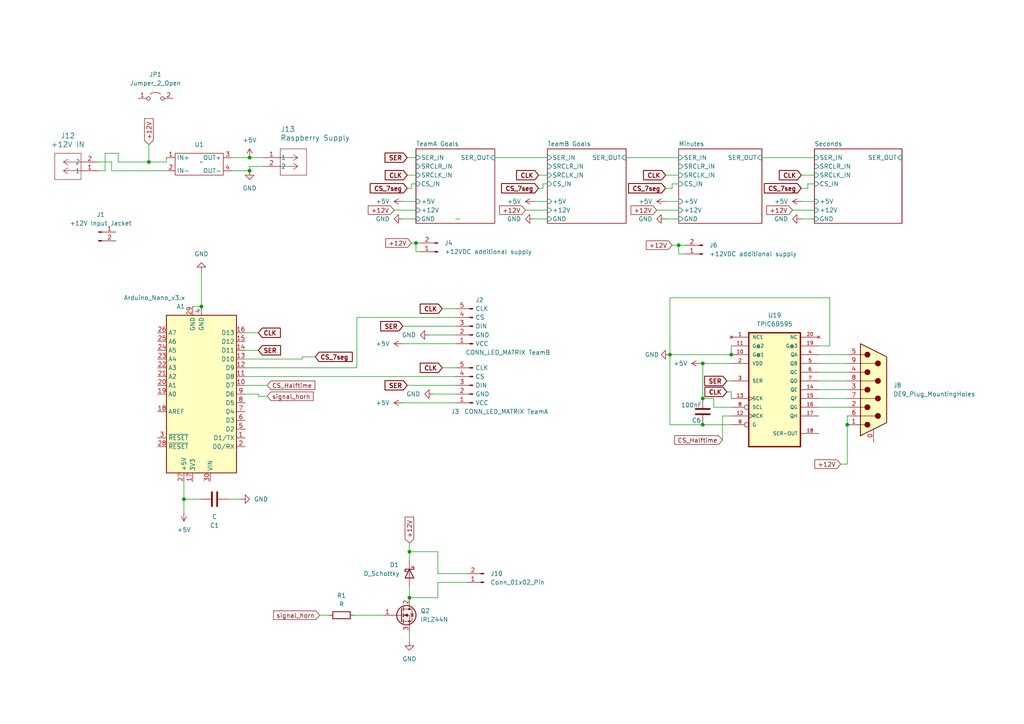
<source format=kicad_sch>
(kicad_sch (version 20230121) (generator eeschema)
  (paper "A4")
  (lib_symbols
    (symbol "Connector:Conn_01x02_Pin" (pin_names (offset 1.016) hide)
      (property "Reference" "J" (at 0 2.54 0))
      (property "Value" "Conn_01x02_Pin" (at 0 -5.08 0))
      (symbol "Conn_01x02_Pin_1_1"
        (polyline (pts (xy 1.27 -2.54) (xy 0.8636 -2.54)) (stroke (width 0.1524)))
        (polyline (pts (xy 1.27 0) (xy 0.8636 0)) (stroke (width 0.1524)))
        (rectangle (start 0.8636 -2.413) (end 0 -2.667) (stroke (width 0.1524)) (fill (type outline)))
        (rectangle (start 0.8636 0.127) (end 0 -0.127) (stroke (width 0.1524)) (fill (type outline)))
        (pin passive line (at 5.08 0 180) (length 3.81) (name "Pin_1") (number "1"))
        (pin passive line (at 5.08 -2.54 180) (length 3.81) (name "Pin_2") (number "2"))
      )
    )
    (symbol "Connector:DE9_Plug_MountingHoles" (pin_names (offset 1.016) hide)
      (property "Reference" "J" (at 0 16.51 0))
      (property "Value" "DE9_Plug_MountingHoles" (at 0 14.605 0))
      (symbol "DE9_Plug_MountingHoles_0_1"
        (circle (center -1.778 -10.16) (radius 0.762) (fill (type outline)))
        (circle (center -1.778 -5.08) (radius 0.762) (fill (type outline)))
        (circle (center -1.778 0) (radius 0.762) (fill (type outline)))
        (circle (center -1.778 5.08) (radius 0.762) (fill (type outline)))
        (circle (center -1.778 10.16) (radius 0.762) (fill (type outline)))
        (polyline (pts (xy -3.81 -10.16) (xy -2.54 -10.16)))
        (polyline (pts (xy -3.81 -7.62) (xy 0.508 -7.62)))
        (polyline (pts (xy -3.81 -5.08) (xy -2.54 -5.08)))
        (polyline (pts (xy -3.81 -2.54) (xy 0.508 -2.54)))
        (polyline (pts (xy -3.81 0) (xy -2.54 0)))
        (polyline (pts (xy -3.81 2.54) (xy 0.508 2.54)))
        (polyline (pts (xy -3.81 5.08) (xy -2.54 5.08)))
        (polyline (pts (xy -3.81 7.62) (xy 0.508 7.62)))
        (polyline (pts (xy -3.81 10.16) (xy -2.54 10.16)))
        (polyline (pts (xy -3.81 -13.335) (xy -3.81 13.335) (xy 3.81 9.525) (xy 3.81 -9.525) (xy -3.81 -13.335)) (stroke (width 0.254)) (fill (type background)))
        (circle (center 1.27 -7.62) (radius 0.762) (fill (type outline)))
        (circle (center 1.27 -2.54) (radius 0.762) (fill (type outline)))
        (circle (center 1.27 2.54) (radius 0.762) (fill (type outline)))
        (circle (center 1.27 7.62) (radius 0.762) (fill (type outline)))
      )
      (symbol "DE9_Plug_MountingHoles_1_1"
        (pin passive line (at 0 -15.24 90) (length 3.81) (name "PAD") (number "0"))
        (pin passive line (at -7.62 -10.16 0) (length 3.81) (name "1") (number "1"))
        (pin passive line (at -7.62 -5.08 0) (length 3.81) (name "2") (number "2"))
        (pin passive line (at -7.62 0 0) (length 3.81) (name "3") (number "3"))
        (pin passive line (at -7.62 5.08 0) (length 3.81) (name "4") (number "4"))
        (pin passive line (at -7.62 10.16 0) (length 3.81) (name "5") (number "5"))
        (pin passive line (at -7.62 -7.62 0) (length 3.81) (name "6") (number "6"))
        (pin passive line (at -7.62 -2.54 0) (length 3.81) (name "7") (number "7"))
        (pin passive line (at -7.62 2.54 0) (length 3.81) (name "8") (number "8"))
        (pin passive line (at -7.62 7.62 0) (length 3.81) (name "9") (number "9"))
      )
    )
    (symbol "Device:C" (pin_numbers hide) (pin_names (offset 0.254))
      (property "Reference" "C" (at 0.635 2.54 0))
      (property "Value" "C" (at 0.635 -2.54 0))
      (symbol "C_0_1"
        (polyline (pts (xy -2.032 -0.762) (xy 2.032 -0.762)) (stroke (width 0.508)))
        (polyline (pts (xy -2.032 0.762) (xy 2.032 0.762)) (stroke (width 0.508)))
      )
      (symbol "C_1_1"
        (pin passive line (at 0 3.81 270) (length 2.794) (name "~") (number "1"))
        (pin passive line (at 0 -3.81 90) (length 2.794) (name "~") (number "2"))
      )
    )
    (symbol "Device:D_Schottky" (pin_numbers hide) (pin_names (offset 1.016) hide)
      (property "Reference" "D" (at 0 2.54 0))
      (property "Value" "D_Schottky" (at 0 -2.54 0))
      (symbol "D_Schottky_0_1"
        (polyline (pts (xy 1.27 0) (xy -1.27 0)))
        (polyline (pts (xy 1.27 1.27) (xy 1.27 -1.27) (xy -1.27 0) (xy 1.27 1.27)) (stroke (width 0.254)))
        (polyline (pts (xy -1.905 0.635) (xy -1.905 1.27) (xy -1.27 1.27) (xy -1.27 -1.27) (xy -0.635 -1.27) (xy -0.635 -0.635)) (stroke (width 0.254)))
      )
      (symbol "D_Schottky_1_1"
        (pin passive line (at -3.81 0 0) (length 2.54) (name "K") (number "1"))
        (pin passive line (at 3.81 0 180) (length 2.54) (name "A") (number "2"))
      )
    )
    (symbol "Device:R" (pin_numbers hide) (pin_names (offset 0))
      (property "Reference" "R" (at 2.032 0 90))
      (property "Value" "R" (at 0 0 90))
      (symbol "R_0_1"
        (rectangle (start -1.016 -2.54) (end 1.016 2.54) (stroke (width 0.254)))
      )
      (symbol "R_1_1"
        (pin passive line (at 0 3.81 270) (length 1.27) (name "~") (number "1"))
        (pin passive line (at 0 -3.81 90) (length 1.27) (name "~") (number "2"))
      )
    )
    (symbol "Jumper:Jumper_2_Open" (pin_names (offset 0) hide)
      (property "Reference" "JP" (at 0 2.794 0))
      (property "Value" "Jumper_2_Open" (at 0 -2.286 0))
      (symbol "Jumper_2_Open_0_0"
        (circle (center -2.032 0) (radius 0.508))
        (circle (center 2.032 0) (radius 0.508))
      )
      (symbol "Jumper_2_Open_0_1"
        (arc (start 1.524 1.27) (mid 0 1.778) (end -1.524 1.27))
      )
      (symbol "Jumper_2_Open_1_1"
        (pin passive line (at -5.08 0 0) (length 2.54) (name "A") (number "1"))
        (pin passive line (at 5.08 0 180) (length 2.54) (name "B") (number "2"))
      )
    )
    (symbol "MCU_Module:Arduino_Nano_v3.x"
      (property "Reference" "A" (at -10.16 23.495 0))
      (property "Value" "Arduino_Nano_v3.x" (at 5.08 -24.13 0))
      (symbol "Arduino_Nano_v3.x_0_1"
        (rectangle (start -10.16 22.86) (end 10.16 -22.86) (stroke (width 0.254)) (fill (type background)))
      )
      (symbol "Arduino_Nano_v3.x_1_1"
        (pin bidirectional line (at -12.7 12.7 0) (length 2.54) (name "D1/TX") (number "1"))
        (pin bidirectional line (at -12.7 -2.54 0) (length 2.54) (name "D7") (number "10"))
        (pin bidirectional line (at -12.7 -5.08 0) (length 2.54) (name "D8") (number "11"))
        (pin bidirectional line (at -12.7 -7.62 0) (length 2.54) (name "D9") (number "12"))
        (pin bidirectional line (at -12.7 -10.16 0) (length 2.54) (name "D10") (number "13"))
        (pin bidirectional line (at -12.7 -12.7 0) (length 2.54) (name "D11") (number "14"))
        (pin bidirectional line (at -12.7 -15.24 0) (length 2.54) (name "D12") (number "15"))
        (pin bidirectional line (at -12.7 -17.78 0) (length 2.54) (name "D13") (number "16"))
        (pin power_out line (at 2.54 25.4 270) (length 2.54) (name "3V3") (number "17"))
        (pin input line (at 12.7 5.08 180) (length 2.54) (name "AREF") (number "18"))
        (pin bidirectional line (at 12.7 0 180) (length 2.54) (name "A0") (number "19"))
        (pin bidirectional line (at -12.7 15.24 0) (length 2.54) (name "D0/RX") (number "2"))
        (pin bidirectional line (at 12.7 -2.54 180) (length 2.54) (name "A1") (number "20"))
        (pin bidirectional line (at 12.7 -5.08 180) (length 2.54) (name "A2") (number "21"))
        (pin bidirectional line (at 12.7 -7.62 180) (length 2.54) (name "A3") (number "22"))
        (pin bidirectional line (at 12.7 -10.16 180) (length 2.54) (name "A4") (number "23"))
        (pin bidirectional line (at 12.7 -12.7 180) (length 2.54) (name "A5") (number "24"))
        (pin bidirectional line (at 12.7 -15.24 180) (length 2.54) (name "A6") (number "25"))
        (pin bidirectional line (at 12.7 -17.78 180) (length 2.54) (name "A7") (number "26"))
        (pin power_out line (at 5.08 25.4 270) (length 2.54) (name "+5V") (number "27"))
        (pin input line (at 12.7 15.24 180) (length 2.54) (name "~{RESET}") (number "28"))
        (pin power_in line (at 2.54 -25.4 90) (length 2.54) (name "GND") (number "29"))
        (pin input line (at 12.7 12.7 180) (length 2.54) (name "~{RESET}") (number "3"))
        (pin power_in line (at -2.54 25.4 270) (length 2.54) (name "VIN") (number "30"))
        (pin power_in line (at 0 -25.4 90) (length 2.54) (name "GND") (number "4"))
        (pin bidirectional line (at -12.7 10.16 0) (length 2.54) (name "D2") (number "5"))
        (pin bidirectional line (at -12.7 7.62 0) (length 2.54) (name "D3") (number "6"))
        (pin bidirectional line (at -12.7 5.08 0) (length 2.54) (name "D4") (number "7"))
        (pin bidirectional line (at -12.7 2.54 0) (length 2.54) (name "D5") (number "8"))
        (pin bidirectional line (at -12.7 0 0) (length 2.54) (name "D6") (number "9"))
      )
    )
    (symbol "Polpoboard:CONN_LED_MATRIX" (pin_names (offset 2))
      (property "Reference" "J" (at 0 7.62 0))
      (property "Value" "CONN_LED_MATRIX" (at 0 -7.62 0))
      (symbol "CONN_LED_MATRIX_1_1"
        (rectangle (start 0 -4.953) (end 0.8636 -5.207) (stroke (width 0.1524)) (fill (type outline)))
        (polyline (pts (xy 1.27 -5.08) (xy 0.8636 -5.08)) (stroke (width 0.1524)))
        (polyline (pts (xy 1.27 -2.54) (xy 0.8636 -2.54)) (stroke (width 0.1524)))
        (polyline (pts (xy 1.27 0) (xy 0.8636 0)) (stroke (width 0.1524)))
        (polyline (pts (xy 1.27 2.54) (xy 0.8636 2.54)) (stroke (width 0.1524)))
        (polyline (pts (xy 1.27 5.08) (xy 0.8636 5.08)) (stroke (width 0.1524)))
        (rectangle (start 0 5.207) (end 0.8636 4.953) (stroke (width 0.1524)) (fill (type outline)))
        (rectangle (start 0.8636 -2.413) (end 0 -2.667) (stroke (width 0.1524)) (fill (type outline)))
        (rectangle (start 0.8636 0.127) (end 0 -0.127) (stroke (width 0.1524)) (fill (type outline)))
        (rectangle (start 0.8636 2.667) (end 0 2.413) (stroke (width 0.1524)) (fill (type outline)))
        (pin passive line (at 5.08 5.08 180) (length 3.81) (name "VCC") (number "1"))
        (pin passive line (at 5.08 2.54 180) (length 3.81) (name "GND") (number "2"))
        (pin passive line (at 5.08 0 180) (length 3.81) (name "DIN") (number "3"))
        (pin passive line (at 5.08 -2.54 180) (length 3.81) (name "CS") (number "4"))
        (pin passive line (at 5.08 -5.08 180) (length 3.81) (name "CLK") (number "5"))
      )
    )
    (symbol "Polpoboard_parts:691137710002" (pin_names (offset 0.254))
      (property "Reference" "J" (at 8.89 6.35 0))
      (property "Value" "691137710002" (at 0 0 0))
      (symbol "691137710002_0_1"
        (polyline (pts (xy 5.08 -5.08) (xy 12.7 -5.08)) (stroke (width 0.127)))
        (polyline (pts (xy 5.08 2.54) (xy 5.08 -5.08)) (stroke (width 0.127)))
        (polyline (pts (xy 10.16 -2.54) (xy 5.08 -2.54)) (stroke (width 0.127)))
        (polyline (pts (xy 10.16 -2.54) (xy 8.89 -3.3867)) (stroke (width 0.127)))
        (polyline (pts (xy 10.16 -2.54) (xy 8.89 -1.6933)) (stroke (width 0.127)))
        (polyline (pts (xy 10.16 0) (xy 5.08 0)) (stroke (width 0.127)))
        (polyline (pts (xy 10.16 0) (xy 8.89 -0.8467)) (stroke (width 0.127)))
        (polyline (pts (xy 10.16 0) (xy 8.89 0.8467)) (stroke (width 0.127)))
        (polyline (pts (xy 12.7 -5.08) (xy 12.7 2.54)) (stroke (width 0.127)))
        (polyline (pts (xy 12.7 2.54) (xy 5.08 2.54)) (stroke (width 0.127)))
        (pin unspecified line (at 0 0 0) (length 5.08) (name "1") (number "1"))
        (pin unspecified line (at 0 -2.54 0) (length 5.08) (name "2") (number "2"))
      )
    )
    (symbol "Polpoboard_parts:TPIC6B595" (pin_names (offset 1.016))
      (property "Reference" "U" (at 7.8763 -17.1501 0))
      (property "Value" "TPIC6B595" (at 7.8773 19.0579 0))
      (symbol "TPIC6B595_0_0"
        (rectangle (start -7.366 -16.51) (end 7.62 16.51) (stroke (width 0.4064)) (fill (type background)))
        (pin no_connect line (at 12.7 -15.24 180) (length 5.08) (name "NC1") (number "1"))
        (pin power_in line (at 12.7 -10.16 180) (length 5.08) (name "G@1") (number "10"))
        (pin power_in line (at 12.7 -12.7 180) (length 5.08) (name "G@2") (number "11"))
        (pin input clock (at 12.7 7.62 180) (length 5.08) (name "RCK") (number "12"))
        (pin input clock (at 12.7 2.54 180) (length 5.08) (name "SCK") (number "13"))
        (pin tri_state line (at -12.7 0 0) (length 5.08) (name "QE") (number "14"))
        (pin tri_state line (at -12.7 2.54 0) (length 5.08) (name "QF") (number "15"))
        (pin tri_state line (at -12.7 5.08 0) (length 5.08) (name "QG") (number "16"))
        (pin tri_state line (at -12.7 7.62 0) (length 5.08) (name "QH") (number "17"))
        (pin tri_state line (at -12.7 12.7 0) (length 5.08) (name "SER-OUT") (number "18"))
        (pin tri_state line (at -12.7 -12.7 0) (length 5.08) (name "G@3") (number "19"))
        (pin power_in line (at 12.7 -7.62 180) (length 5.08) (name "VDD") (number "2"))
        (pin no_connect line (at -12.7 -15.24 0) (length 5.08) (name "NC") (number "20"))
        (pin input line (at 12.7 -2.54 180) (length 5.08) (name "SER") (number "3"))
        (pin tri_state line (at -12.7 -10.16 0) (length 5.08) (name "QA") (number "4"))
        (pin tri_state line (at -12.7 -7.62 0) (length 5.08) (name "QB") (number "5"))
        (pin tri_state line (at -12.7 -5.08 0) (length 5.08) (name "QC") (number "6"))
        (pin tri_state line (at -12.7 -2.54 0) (length 5.08) (name "QD") (number "7"))
        (pin input inverted (at 12.7 5.08 180) (length 5.08) (name "SCL") (number "8"))
        (pin input inverted (at 12.7 10.16 180) (length 5.08) (name "G") (number "9"))
      )
    )
    (symbol "Projektbauteile:XL4015_Step-Down-Module"
      (property "Reference" "U" (at -6.35 3.81 0))
      (symbol "XL4015_Step-Down-Module_0_1"
        (rectangle (start -7.62 2.54) (end 6.35 -3.81))
      )
      (symbol "XL4015_Step-Down-Module_1_1"
        (pin power_in line (at -10.16 1.27 0) (length 2.54) (name "IN+") (number "1"))
        (pin power_in line (at -10.16 -2.54 0) (length 2.54) (name "IN-") (number "2"))
        (pin power_out line (at 8.89 1.27 180) (length 2.54) (name "OUT+") (number "3"))
        (pin power_out line (at 8.89 -2.54 180) (length 2.54) (name "OUT-") (number "4"))
      )
    )
    (symbol "Transistor_FET:IRLZ44N" (pin_names hide)
      (property "Reference" "Q" (at 5.08 1.905 0))
      (property "Value" "IRLZ44N" (at 5.08 0 0))
      (symbol "IRLZ44N_0_1"
        (polyline (pts (xy 0.254 0) (xy -2.54 0)))
        (polyline (pts (xy 0.254 1.905) (xy 0.254 -1.905)) (stroke (width 0.254)))
        (polyline (pts (xy 0.762 -1.27) (xy 0.762 -2.286)) (stroke (width 0.254)))
        (polyline (pts (xy 0.762 0.508) (xy 0.762 -0.508)) (stroke (width 0.254)))
        (polyline (pts (xy 0.762 2.286) (xy 0.762 1.27)) (stroke (width 0.254)))
        (polyline (pts (xy 2.54 2.54) (xy 2.54 1.778)))
        (polyline (pts (xy 2.54 -2.54) (xy 2.54 0) (xy 0.762 0)))
        (polyline (pts (xy 0.762 -1.778) (xy 3.302 -1.778) (xy 3.302 1.778) (xy 0.762 1.778)))
        (polyline (pts (xy 1.016 0) (xy 2.032 0.381) (xy 2.032 -0.381) (xy 1.016 0)) (fill (type outline)))
        (polyline (pts (xy 2.794 0.508) (xy 2.921 0.381) (xy 3.683 0.381) (xy 3.81 0.254)))
        (polyline (pts (xy 3.302 0.381) (xy 2.921 -0.254) (xy 3.683 -0.254) (xy 3.302 0.381)))
        (circle (center 1.651 0) (radius 2.794) (stroke (width 0.254)))
        (circle (center 2.54 -1.778) (radius 0.254) (fill (type outline)))
        (circle (center 2.54 1.778) (radius 0.254) (fill (type outline)))
      )
      (symbol "IRLZ44N_1_1"
        (pin input line (at -5.08 0 0) (length 2.54) (name "G") (number "1"))
        (pin passive line (at 2.54 5.08 270) (length 2.54) (name "D") (number "2"))
        (pin passive line (at 2.54 -5.08 90) (length 2.54) (name "S") (number "3"))
      )
    )
    (symbol "power:+5V" (power) (pin_names (offset 0))
      (property "Value" "+5V" (at 0 3.556 0))
      (symbol "+5V_0_1"
        (polyline (pts (xy -0.762 1.27) (xy 0 2.54)))
        (polyline (pts (xy 0 0) (xy 0 2.54)))
        (polyline (pts (xy 0 2.54) (xy 0.762 1.27)))
      )
      (symbol "+5V_1_1"
        (pin power_in line (at 0 0 90) (length 0) hide (name "+5V") (number "1"))
      )
    )
    (symbol "power:GND" (power) (pin_names (offset 0))
      (property "Value" "GND" (at 0 -3.81 0))
      (symbol "GND_0_1"
        (polyline (pts (xy 0 0) (xy 0 -1.27) (xy 1.27 -1.27) (xy 0 -2.54) (xy -1.27 -1.27) (xy 0 -1.27)))
      )
      (symbol "GND_1_1"
        (pin power_in line (at 0 0 270) (length 0) hide (name "GND") (number "1"))
      )
    )
  )
  (junction (at 58.42 88.9))
  (junction (at 53.34 144.78))
  (junction (at 203.835 123.19))
  (junction (at 72.39 49.53))
  (junction (at 245.745 123.19))
  (junction (at 118.745 173.355))
  (junction (at 43.18 46.99))
  (junction (at 203.835 105.41))
  (junction (at 118.745 160.02))
  (junction (at 120.65 70.485))
  (junction (at 212.09 102.87))
  (junction (at 72.39 45.72))
  (junction (at 203.835 115.57))
  (junction (at 194.31 102.87))
  (junction (at 196.85 71.12))
  (wire (pts (xy 132.08 63.5) (xy 133.35 63.5)))
  (wire (pts (xy 118.745 170.18) (xy 118.745 173.355)))
  (wire (pts (xy 116.84 58.42) (xy 120.65 58.42)))
  (wire (pts (xy 240.665 100.33) (xy 240.665 86.36)))
  (wire (pts (xy 212.09 113.665) (xy 212.09 115.57)))
  (wire (pts (xy 127 173.355) (xy 127 168.91)))
  (wire (pts (xy 28.575 49.53) (xy 30.48 49.53)))
  (wire (pts (xy 69.85 144.78) (xy 66.04 144.78)))
  (wire (pts (xy 143.51 45.72) (xy 158.75 45.72)))
  (wire (pts (xy 234.315 53.34) (xy 236.22 53.34)))
  (wire (pts (xy 237.49 110.49) (xy 245.745 110.49)))
  (wire (pts (xy 193.04 63.5) (xy 196.85 63.5)))
  (wire (pts (xy 118.745 173.355) (xy 127 173.355)))
  (wire (pts (xy 71.12 114.3) (xy 74.93 114.3)))
  (wire (pts (xy 114.3 60.96) (xy 120.65 60.96)))
  (wire (pts (xy 53.34 144.78) (xy 53.34 139.7)))
  (wire (pts (xy 119.38 70.485) (xy 120.65 70.485)))
  (wire (pts (xy 91.44 103.505) (xy 87.63 103.505)))
  (wire (pts (xy 116.84 99.695) (xy 132.08 99.695)))
  (wire (pts (xy 72.39 48.26) (xy 72.39 49.53)))
  (wire (pts (xy 237.49 102.87) (xy 245.745 102.87)))
  (wire (pts (xy 212.09 118.11) (xy 207.01 118.11)))
  (wire (pts (xy 71.12 109.22) (xy 132.08 109.22)))
  (wire (pts (xy 71.12 106.68) (xy 103.505 106.68)))
  (wire (pts (xy 198.755 73.66) (xy 196.85 73.66)))
  (wire (pts (xy 103.505 106.68) (xy 103.505 92.075)))
  (wire (pts (xy 53.34 148.59) (xy 53.34 144.78)))
  (wire (pts (xy 203.835 105.41) (xy 203.835 115.57)))
  (wire (pts (xy 234.315 54.61) (xy 234.315 53.34)))
  (wire (pts (xy 190.5 60.96) (xy 196.85 60.96)))
  (wire (pts (xy 102.87 178.435) (xy 111.125 178.435)))
  (wire (pts (xy 30.48 44.45) (xy 34.29 44.45)))
  (wire (pts (xy 237.49 100.33) (xy 240.665 100.33)))
  (wire (pts (xy 43.18 41.91) (xy 43.18 46.99)))
  (wire (pts (xy 245.745 120.65) (xy 245.745 123.19)))
  (wire (pts (xy 71.12 96.52) (xy 74.93 96.52)))
  (wire (pts (xy 237.49 105.41) (xy 245.745 105.41)))
  (wire (pts (xy 32.385 49.53) (xy 48.26 49.53)))
  (wire (pts (xy 237.49 107.95) (xy 245.745 107.95)))
  (wire (pts (xy 120.65 73.025) (xy 121.92 73.025)))
  (wire (pts (xy 76.2 48.26) (xy 72.39 48.26)))
  (wire (pts (xy 58.42 88.9) (xy 55.88 88.9)))
  (wire (pts (xy 71.12 111.76) (xy 77.47 111.76)))
  (wire (pts (xy 74.93 114.935) (xy 77.47 114.935)))
  (wire (pts (xy 156.21 50.8) (xy 158.75 50.8)))
  (wire (pts (xy 43.18 46.99) (xy 48.26 46.99)))
  (wire (pts (xy 34.29 46.99) (xy 43.18 46.99)))
  (wire (pts (xy 127 166.37) (xy 135.255 166.37)))
  (wire (pts (xy 232.41 50.8) (xy 236.22 50.8)))
  (wire (pts (xy 128.27 106.68) (xy 132.08 106.68)))
  (wire (pts (xy 74.93 114.3) (xy 74.93 114.935)))
  (wire (pts (xy 72.39 45.72) (xy 76.2 45.72)))
  (wire (pts (xy 220.98 45.72) (xy 236.22 45.72)))
  (wire (pts (xy 87.63 104.14) (xy 71.12 104.14)))
  (wire (pts (xy 118.11 111.76) (xy 132.08 111.76)))
  (wire (pts (xy 232.41 54.61) (xy 234.315 54.61)))
  (wire (pts (xy 203.2 105.41) (xy 203.835 105.41)))
  (wire (pts (xy 116.84 116.84) (xy 132.08 116.84)))
  (wire (pts (xy 209.55 120.65) (xy 212.09 120.65)))
  (wire (pts (xy 118.11 54.61) (xy 119.38 54.61)))
  (wire (pts (xy 119.38 54.61) (xy 119.38 53.34)))
  (wire (pts (xy 203.835 123.19) (xy 212.09 123.19)))
  (wire (pts (xy 181.61 45.72) (xy 196.85 45.72)))
  (wire (pts (xy 193.04 58.42) (xy 196.85 58.42)))
  (wire (pts (xy 116.84 94.615) (xy 132.08 94.615)))
  (wire (pts (xy 212.09 100.33) (xy 212.09 102.87)))
  (wire (pts (xy 67.31 49.53) (xy 72.39 49.53)))
  (wire (pts (xy 92.71 178.435) (xy 95.25 178.435)))
  (wire (pts (xy 120.65 70.485) (xy 121.92 70.485)))
  (wire (pts (xy 196.85 73.66) (xy 196.85 71.12)))
  (wire (pts (xy 157.48 53.34) (xy 158.75 53.34)))
  (wire (pts (xy 118.11 50.8) (xy 120.65 50.8)))
  (wire (pts (xy 229.87 60.96) (xy 236.22 60.96)))
  (wire (pts (xy 203.835 105.41) (xy 212.09 105.41)))
  (wire (pts (xy 118.745 160.02) (xy 118.745 162.56)))
  (wire (pts (xy 28.575 46.99) (xy 32.385 46.99)))
  (wire (pts (xy 118.11 45.72) (xy 120.65 45.72)))
  (wire (pts (xy 34.29 44.45) (xy 34.29 46.99)))
  (wire (pts (xy 243.84 134.62) (xy 245.745 134.62)))
  (wire (pts (xy 154.94 58.42) (xy 158.75 58.42)))
  (wire (pts (xy 154.94 63.5) (xy 158.75 63.5)))
  (wire (pts (xy 152.4 60.96) (xy 158.75 60.96)))
  (wire (pts (xy 209.55 127.635) (xy 209.55 120.65)))
  (wire (pts (xy 127 160.02) (xy 127 166.37)))
  (wire (pts (xy 207.01 118.11) (xy 207.01 115.57)))
  (wire (pts (xy 48.26 46.99) (xy 48.26 45.72)))
  (wire (pts (xy 156.21 54.61) (xy 157.48 54.61)))
  (wire (pts (xy 237.49 118.11) (xy 245.745 118.11)))
  (wire (pts (xy 32.385 46.99) (xy 32.385 49.53)))
  (wire (pts (xy 118.745 160.02) (xy 127 160.02)))
  (wire (pts (xy 194.31 102.87) (xy 194.31 123.19)))
  (wire (pts (xy 210.82 113.665) (xy 212.09 113.665)))
  (wire (pts (xy 194.31 123.19) (xy 203.835 123.19)))
  (wire (pts (xy 194.31 86.36) (xy 194.31 102.87)))
  (wire (pts (xy 67.31 45.72) (xy 72.39 45.72)))
  (wire (pts (xy 194.945 54.61) (xy 194.945 53.34)))
  (wire (pts (xy 207.01 115.57) (xy 203.835 115.57)))
  (wire (pts (xy 87.63 103.505) (xy 87.63 104.14)))
  (wire (pts (xy 194.31 102.87) (xy 212.09 102.87)))
  (wire (pts (xy 58.42 88.9) (xy 58.42 78.74)))
  (wire (pts (xy 30.48 49.53) (xy 30.48 44.45)))
  (wire (pts (xy 125.73 114.3) (xy 132.08 114.3)))
  (wire (pts (xy 196.85 71.12) (xy 198.755 71.12)))
  (wire (pts (xy 118.745 157.48) (xy 118.745 160.02)))
  (wire (pts (xy 103.505 92.075) (xy 132.08 92.075)))
  (wire (pts (xy 240.665 86.36) (xy 194.31 86.36)))
  (wire (pts (xy 193.04 50.8) (xy 196.85 50.8)))
  (wire (pts (xy 232.41 58.42) (xy 236.22 58.42)))
  (wire (pts (xy 237.49 115.57) (xy 245.745 115.57)))
  (wire (pts (xy 210.82 110.49) (xy 212.09 110.49)))
  (wire (pts (xy 58.42 144.78) (xy 53.34 144.78)))
  (wire (pts (xy 118.745 183.515) (xy 118.745 186.055)))
  (wire (pts (xy 157.48 54.61) (xy 157.48 53.34)))
  (wire (pts (xy 120.65 70.485) (xy 120.65 73.025)))
  (wire (pts (xy 245.745 134.62) (xy 245.745 123.19)))
  (wire (pts (xy 127 168.91) (xy 135.255 168.91)))
  (wire (pts (xy 116.84 63.5) (xy 120.65 63.5)))
  (wire (pts (xy 194.945 53.34) (xy 196.85 53.34)))
  (wire (pts (xy 71.12 101.6) (xy 74.93 101.6)))
  (wire (pts (xy 237.49 113.03) (xy 245.745 113.03)))
  (wire (pts (xy 194.945 71.12) (xy 196.85 71.12)))
  (wire (pts (xy 119.38 53.34) (xy 120.65 53.34)))
  (wire (pts (xy 124.46 97.155) (xy 132.08 97.155)))
  (wire (pts (xy 128.27 89.535) (xy 132.08 89.535)))
  (wire (pts (xy 193.04 54.61) (xy 194.945 54.61)))
  (wire (pts (xy 232.41 63.5) (xy 236.22 63.5)))
  (global_label "+12V" (shape input) (at 229.87 60.96 180) (property "Intersheetrefs" "${INTERSHEET_REFS}" (effects hide)))
  (global_label "CLK" (shape input) (at 210.82 113.665 180) (effects (font bold)) (property "Intersheetrefs" "${INTERSHEET_REFS}" (effects hide)))
  (global_label "SER" (shape input) (at 118.11 45.72 180) (effects (font bold)) (property "Intersheetrefs" "${INTERSHEET_REFS}" (effects hide)))
  (global_label "CS_7seg" (shape input) (at 118.11 54.61 180) (effects (font bold)) (property "Intersheetrefs" "${INTERSHEET_REFS}" (effects hide)))
  (global_label "+12V" (shape input) (at 190.5 60.96 180) (property "Intersheetrefs" "${INTERSHEET_REFS}" (effects hide)))
  (global_label "CS_7seg" (shape input) (at 193.04 54.61 180) (effects (font bold)) (property "Intersheetrefs" "${INTERSHEET_REFS}" (effects hide)))
  (global_label "+12V" (shape input) (at 118.745 157.48 90) (property "Intersheetrefs" "${INTERSHEET_REFS}" (effects hide)))
  (global_label "CS_7seg" (shape input) (at 232.41 54.61 180) (effects (font bold)) (property "Intersheetrefs" "${INTERSHEET_REFS}" (effects hide)))
  (global_label "+12V" (shape input) (at 119.38 70.485 180) (property "Intersheetrefs" "${INTERSHEET_REFS}" (effects hide)))
  (global_label "CLK" (shape input) (at 193.04 50.8 180) (effects (font bold)) (property "Intersheetrefs" "${INTERSHEET_REFS}" (effects hide)))
  (global_label "+12V" (shape input) (at 114.3 60.96 180) (property "Intersheetrefs" "${INTERSHEET_REFS}" (effects hide)))
  (global_label "+12V" (shape input) (at 152.4 60.96 180) (property "Intersheetrefs" "${INTERSHEET_REFS}" (effects hide)))
  (global_label "CS_7seg" (shape input) (at 91.44 103.505 0) (effects (font bold)) (property "Intersheetrefs" "${INTERSHEET_REFS}" (effects hide)))
  (global_label "CLK" (shape input) (at 128.27 106.68 180) (effects (font bold)) (property "Intersheetrefs" "${INTERSHEET_REFS}" (effects hide)))
  (global_label "signal_horn" (shape input) (at 92.71 178.435 180) (property "Intersheetrefs" "${INTERSHEET_REFS}" (effects hide)))
  (global_label "SER" (shape input) (at 210.82 110.49 180) (effects (font bold)) (property "Intersheetrefs" "${INTERSHEET_REFS}" (effects hide)))
  (global_label "+12V" (shape input) (at 43.18 41.91 90) (property "Intersheetrefs" "${INTERSHEET_REFS}" (effects hide)))
  (global_label "+12V" (shape input) (at 243.84 134.62 180) (property "Intersheetrefs" "${INTERSHEET_REFS}" (effects hide)))
  (global_label "CLK" (shape input) (at 74.93 96.52 0) (effects (font bold)) (property "Intersheetrefs" "${INTERSHEET_REFS}" (effects hide)))
  (global_label "CS_Halftime" (shape input) (at 77.47 111.76 0) (property "Intersheetrefs" "${INTERSHEET_REFS}" (effects hide)))
  (global_label "+12V" (shape input) (at 194.945 71.12 180) (property "Intersheetrefs" "${INTERSHEET_REFS}" (effects hide)))
  (global_label "CLK" (shape input) (at 118.11 50.8 180) (effects (font bold)) (property "Intersheetrefs" "${INTERSHEET_REFS}" (effects hide)))
  (global_label "CS_Halftime" (shape input) (at 209.55 127.635 180) (property "Intersheetrefs" "${INTERSHEET_REFS}" (effects hide)))
  (global_label "CLK" (shape input) (at 156.21 50.8 180) (effects (font bold)) (property "Intersheetrefs" "${INTERSHEET_REFS}" (effects hide)))
  (global_label "signal_horn" (shape input) (at 77.47 114.935 0) (property "Intersheetrefs" "${INTERSHEET_REFS}" (effects hide)))
  (global_label "SER" (shape input) (at 116.84 94.615 180) (effects (font bold)) (property "Intersheetrefs" "${INTERSHEET_REFS}" (effects hide)))
  (global_label "CS_7seg" (shape input) (at 156.21 54.61 180) (effects (font bold)) (property "Intersheetrefs" "${INTERSHEET_REFS}" (effects hide)))
  (global_label "CLK" (shape input) (at 128.27 89.535 180) (effects (font bold)) (property "Intersheetrefs" "${INTERSHEET_REFS}" (effects hide)))
  (global_label "SER" (shape input) (at 74.93 101.6 0) (effects (font bold)) (property "Intersheetrefs" "${INTERSHEET_REFS}" (effects hide)))
  (global_label "CLK" (shape input) (at 232.41 50.8 180) (effects (font bold)) (property "Intersheetrefs" "${INTERSHEET_REFS}" (effects hide)))
  (global_label "SER" (shape input) (at 118.11 111.76 180) (effects (font bold)) (property "Intersheetrefs" "${INTERSHEET_REFS}" (effects hide)))
  (symbol (lib_id "power:GND") (at 193.04 63.5 270) (unit 1)
    (property "Reference" "#PWR015" (effects hide))
    (property "Value" "GND" (at 189.23 63.5 90) (effects (justify right)))
  )
  (symbol (lib_id "Transistor_FET:IRLZ44N") (at 116.205 178.435 0) (unit 1)
    (property "Reference" "Q2" (at 121.92 177.165 0) (effects (justify left)))
    (property "Value" "IRLZ44N" (at 121.92 179.705 0) (effects (justify left)))
    (property "Footprint" "Package_TO_SOT_THT:TO-220-3_Vertical" (effects hide))
    (property "Datasheet" "http://www.irf.com/product-info/datasheets/data/irlz44n.pdf" (effects hide))
  )
  (symbol (lib_id "Connector:DE9_Plug_MountingHoles") (at 253.365 113.03 0) (unit 1)
    (property "Reference" "J8" (at 259.08 111.76 0) (effects (justify left)))
    (property "Value" "DE9_Plug_MountingHoles" (at 259.08 114.3 0) (effects (justify left)))
    (property "Datasheet" " ~" (effects hide))
  )
  (symbol (lib_id "power:GND") (at 154.94 63.5 270) (unit 1)
    (property "Reference" "#PWR013" (effects hide))
    (property "Value" "GND" (at 151.13 63.5 90) (effects (justify right)))
  )
  (symbol (lib_id "power:GND") (at 116.84 63.5 270) (unit 1)
    (property "Reference" "#PWR07" (effects hide))
    (property "Value" "GND" (at 113.03 63.5 90) (effects (justify right)))
  )
  (symbol (lib_id "Polpoboard_parts:691137710002") (at 76.2 45.72 0) (unit 1)
    (property "Reference" "J13" (at 81.28 37.465 0) (effects (font (size 1.524 1.524)) (justify left)))
    (property "Value" "Raspberry Supply" (at 81.28 40.005 0) (effects (font (size 1.524 1.524)) (justify left)))
    (property "Footprint" "CONN2_710002_WRE" (effects hide))
    (property "Datasheet" "691137710002" (effects hide))
  )
  (symbol (lib_id "power:+5V") (at 72.39 45.72 0) (unit 1)
    (property "Reference" "#PWR04" (effects hide))
    (property "Value" "+5V" (at 72.39 40.64 0))
  )
  (symbol (lib_id "power:GND") (at 194.31 102.87 270) (unit 1)
    (property "Reference" "#PWR019" (effects hide))
    (property "Value" "GND" (at 191.135 102.87 90) (effects (justify right)))
  )
  (symbol (lib_id "power:+5V") (at 154.94 58.42 90) (unit 1)
    (property "Reference" "#PWR012" (effects hide))
    (property "Value" "+5V" (at 151.13 58.42 90) (effects (justify left)))
  )
  (symbol (lib_id "Polpoboard:CONN_LED_MATRIX") (at 137.16 111.76 180) (unit 1)
    (property "Reference" "J3" (at 130.81 119.38 0) (effects (justify right)))
    (property "Value" "CONN_LED_MATRIX TeamA" (at 134.62 119.38 0) (effects (justify right)))
    (property "Footprint" "Connector_JST:JST_XH_B5B-XH-AM_1x05_P2.50mm_Vertical" (effects hide))
  )
  (symbol (lib_id "power:+5V") (at 53.34 148.59 180) (unit 1)
    (property "Reference" "#PWR01" (effects hide))
    (property "Value" "+5V" (at 53.34 153.67 0))
  )
  (symbol (lib_id "power:GND") (at 118.745 186.055 0) (unit 1)
    (property "Reference" "#PWR020" (effects hide))
    (property "Value" "GND" (at 118.745 191.135 0))
  )
  (symbol (lib_id "Polpoboard_parts:TPIC6B595") (at 224.79 113.03 180) (unit 1)
    (property "Reference" "U19" (at 224.6884 91.44 0))
    (property "Value" "TPIC6B595" (at 224.6884 93.98 0))
    (property "MF" "Texas Instruments" (effects hide))
    (property "Description" "\nShift Shift Register 1 Element 8 Bit 20-SOIC\n" (effects hide))
    (property "Package" "SOIC-20 Texas Instruments" (effects hide))
    (property "Price" "None" (effects hide))
    (property "SnapEDA_Link" "https://www.snapeda.com/parts/TPIC6B595/Texas+Instruments/view-part/?ref=snap" (effects hide))
    (property "MP" "TPIC6B595" (effects hide))
    (property "Purchase-URL" "https://www.snapeda.com/api/url_track_click_mouser/?unipart_id=49446&manufacturer=Texas Instruments&part_name=TPIC6B595&search_term=None" (effects hide))
    (property "Availability" "Not in stock" (effects hide))
    (property "Check_prices" "https://www.snapeda.com/parts/TPIC6B595/Texas+Instruments/view-part/?ref=eda" (effects hide))
  )
  (symbol (lib_id "power:+5V") (at 116.84 99.695 90) (unit 1)
    (property "Reference" "#PWR08" (effects hide))
    (property "Value" "+5V" (at 113.03 99.695 90) (effects (justify left)))
  )
  (symbol (lib_id "power:GND") (at 232.41 63.5 270) (unit 1)
    (property "Reference" "#PWR017" (effects hide))
    (property "Value" "GND" (at 228.6 63.5 90) (effects (justify right)))
  )
  (symbol (lib_id "Polpoboard:CONN_LED_MATRIX") (at 137.16 94.615 180) (unit 1)
    (property "Reference" "J2" (at 139.065 86.995 0))
    (property "Value" "CONN_LED_MATRIX TeamB" (at 147.32 102.235 0))
    (property "Footprint" "Connector_JST:JST_XH_B5B-XH-AM_1x05_P2.50mm_Vertical" (effects hide))
  )
  (symbol (lib_id "power:+5V") (at 116.84 116.84 90) (unit 1)
    (property "Reference" "#PWR09" (effects hide))
    (property "Value" "+5V" (at 113.03 116.84 90) (effects (justify left)))
  )
  (symbol (lib_id "MCU_Module:Arduino_Nano_v3.x") (at 58.42 114.3 180) (unit 1)
    (property "Reference" "A1" (at 53.6859 88.9 0) (effects (justify left)))
    (property "Value" "Arduino_Nano_v3.x" (at 53.6859 86.36 0) (effects (justify left)))
    (property "Footprint" "Module:Arduino_Nano" (effects hide))
    (property "Datasheet" "http://www.mouser.com/pdfdocs/Gravitech_Arduino_Nano3_0.pdf" (effects hide))
  )
  (symbol (lib_id "Connector:Conn_01x02_Pin") (at 127 73.025 180) (unit 1)
    (property "Reference" "J4" (at 128.905 70.485 0) (effects (justify right)))
    (property "Value" "+12VDC additional supply" (at 128.905 73.025 0) (effects (justify right)))
    (property "Footprint" "TerminalBlock:TerminalBlock_Altech_AK300-2_P5.00mm" (effects hide))
  )
  (symbol (lib_id "Device:C") (at 62.23 144.78 270) (unit 1)
    (property "Reference" "C1" (at 62.23 152.4 90))
    (property "Value" "C" (at 62.23 149.86 90))
    (property "Footprint" "Capacitor_THT:CP_Radial_D6.3mm_P2.50mm" (effects hide))
  )
  (symbol (lib_id "power:+5V") (at 116.84 58.42 90) (unit 1)
    (property "Reference" "#PWR06" (effects hide))
    (property "Value" "+5V" (at 113.03 58.42 90) (effects (justify left)))
  )
  (symbol (lib_id "power:GND") (at 69.85 144.78 90) (unit 1)
    (property "Reference" "#PWR03" (effects hide))
    (property "Value" "GND" (at 73.66 144.78 90) (effects (justify right)))
  )
  (symbol (lib_id "power:GND") (at 124.46 97.155 270) (unit 1)
    (property "Reference" "#PWR010" (effects hide))
    (property "Value" "GND" (at 120.65 97.155 90) (effects (justify right)))
  )
  (symbol (lib_id "Device:D_Schottky") (at 118.745 166.37 270) (unit 1)
    (property "Reference" "D1" (at 113.03 163.83 90) (effects (justify left)))
    (property "Value" "D_Schottky" (at 105.41 166.37 90) (effects (justify left)))
  )
  (symbol (lib_id "power:GND") (at 72.39 49.53 0) (unit 1)
    (property "Reference" "#PWR05" (effects hide))
    (property "Value" "GND" (at 72.39 54.61 0))
  )
  (symbol (lib_id "Connector:Conn_01x02_Pin") (at 140.335 168.91 180) (unit 1)
    (property "Reference" "J10" (at 142.24 166.37 0) (effects (justify right)))
    (property "Value" "Conn_01x02_Pin" (at 142.24 168.91 0) (effects (justify right)))
  )
  (symbol (lib_id "power:+5V") (at 193.04 58.42 90) (unit 1)
    (property "Reference" "#PWR014" (effects hide))
    (property "Value" "+5V" (at 189.23 58.42 90) (effects (justify left)))
  )
  (symbol (lib_id "Connector:Conn_01x02_Pin") (at 203.835 73.66 180) (unit 1)
    (property "Reference" "J6" (at 205.74 71.12 0) (effects (justify right)))
    (property "Value" "+12VDC additional supply" (at 205.74 73.66 0) (effects (justify right)))
    (property "Footprint" "TerminalBlock:TerminalBlock_Altech_AK300-2_P5.00mm" (effects hide))
  )
  (symbol (lib_id "Device:C") (at 203.835 119.38 0) (unit 1)
    (property "Reference" "C6" (at 200.66 121.92 0) (effects (justify left)))
    (property "Value" "100nF" (at 197.485 117.475 0) (effects (justify left)))
  )
  (symbol (lib_id "power:GND") (at 58.42 78.74 180) (unit 1)
    (property "Reference" "#PWR02" (effects hide))
    (property "Value" "GND" (at 58.42 73.66 0))
  )
  (symbol (lib_id "Polpoboard_parts:691137710002") (at 28.575 49.53 180) (unit 1)
    (property "Reference" "J12" (at 19.685 39.37 0) (effects (font (size 1.524 1.524))))
    (property "Value" "+12V IN" (at 19.685 41.91 0) (effects (font (size 1.524 1.524))))
    (property "Footprint" "CONN2_710002_WRE" (effects hide))
    (property "Datasheet" "691137710002" (effects hide))
  )
  (symbol (lib_id "power:GND") (at 125.73 114.3 270) (unit 1)
    (property "Reference" "#PWR011" (effects hide))
    (property "Value" "GND" (at 121.92 114.3 90) (effects (justify right)))
  )
  (symbol (lib_id "Jumper:Jumper_2_Open") (at 45.085 28.575 0) (unit 1)
    (property "Reference" "JP1" (at 45.085 21.59 0))
    (property "Value" "Jumper_2_Open" (at 45.085 24.13 0))
  )
  (symbol (lib_id "Projektbauteile:XL4015_Step-Down-Module") (at 58.42 46.99 0) (unit 1)
    (property "Reference" "U1" (at 57.785 41.91 0))
    (property "Value" "~" (at 58.42 46.99 0))
    (property "Footprint" "Polpoboard_footprints:XL4005_DC-DC" (effects hide))
  )
  (symbol (lib_id "Connector:Conn_01x02_Pin") (at 28.575 67.31 0) (unit 1)
    (property "Reference" "J1" (at 29.21 62.23 0))
    (property "Value" "+12V Input Jacket" (at 29.21 64.77 0))
  )
  (symbol (lib_id "power:+5V") (at 232.41 58.42 90) (unit 1)
    (property "Reference" "#PWR016" (effects hide))
    (property "Value" "+5V" (at 228.6 58.42 90) (effects (justify left)))
  )
  (symbol (lib_id "power:+5V") (at 203.2 105.41 90) (unit 1)
    (property "Reference" "#PWR018" (effects hide))
    (property "Value" "+5V" (at 199.39 105.41 90) (effects (justify left)))
  )
  (symbol (lib_id "Device:R") (at 99.06 178.435 90) (unit 1)
    (property "Reference" "R1" (at 99.06 172.72 90))
    (property "Value" "R" (at 99.06 175.26 90))
  )
  (sheet (at 196.85 43.18) (size 24.13 21.59) (stroke (width 0.1524))
    (property "Sheetname" "Minutes" (at 196.85 42.4684 0) (effects (justify left bottom)))
    (property "Sheetfile" "LED_doubleDigit_sch.kicad_sch" (effects hide))
    (pin "+12V" input (at 196.85 60.96 180))
    (pin "+5V" input (at 196.85 58.42 180))
    (pin "SER_OUT" input (at 220.98 45.72 0))
    (pin "CS_IN" input (at 196.85 53.34 180))
    (pin "SRCLK_IN" input (at 196.85 50.8 180))
    (pin "SRCLR_IN" input (at 196.85 48.26 180))
    (pin "GND" input (at 196.85 63.5 180))
    (pin "SER_IN" input (at 196.85 45.72 180))
  )
  (sheet (at 236.22 43.18) (size 25.4 21.59) (stroke (width 0.1524))
    (property "Sheetname" "Seconds" (at 236.22 42.4684 0) (effects (justify left bottom)))
    (property "Sheetfile" "LED_doubleDigit_sch.kicad_sch" (effects hide))
    (pin "+12V" input (at 236.22 60.96 180))
    (pin "+5V" input (at 236.22 58.42 180))
    (pin "SER_OUT" input (at 261.62 45.72 0))
    (pin "CS_IN" input (at 236.22 53.34 180))
    (pin "SRCLK_IN" input (at 236.22 50.8 180))
    (pin "SRCLR_IN" input (at 236.22 48.26 180))
    (pin "GND" input (at 236.22 63.5 180))
    (pin "SER_IN" input (at 236.22 45.72 180))
  )
  (sheet (at 158.75 43.18) (size 22.86 21.59) (stroke (width 0.1524))
    (property "Sheetname" "TeamB Goals" (at 158.75 42.4684 0) (effects (justify left bottom)))
    (property "Sheetfile" "LED_doubleDigit_sch.kicad_sch" (effects hide))
    (pin "+12V" input (at 158.75 60.96 180))
    (pin "+5V" input (at 158.75 58.42 180))
    (pin "SER_OUT" input (at 181.61 45.72 0))
    (pin "CS_IN" input (at 158.75 53.34 180))
    (pin "SRCLK_IN" input (at 158.75 50.8 180))
    (pin "SRCLR_IN" input (at 158.75 48.26 180))
    (pin "GND" input (at 158.75 63.5 180))
    (pin "SER_IN" input (at 158.75 45.72 180))
  )
  (sheet (at 120.65 43.18) (size 22.86 21.59) (stroke (width 0.1524))
    (property "Sheetname" "TeamA Goals" (at 120.65 42.4684 0) (effects (justify left bottom)))
    (property "Sheetfile" "LED_doubleDigit_sch.kicad_sch" (effects hide))
    (pin "SER_OUT" input (at 143.51 45.72 0))
    (pin "SRCLR_IN" input (at 120.65 48.26 180))
    (pin "SRCLK_IN" input (at 120.65 50.8 180))
    (pin "CS_IN" input (at 120.65 53.34 180))
    (pin "+12V" input (at 120.65 60.96 180))
    (pin "SER_IN" input (at 120.65 45.72 180))
    (pin "GND" input (at 120.65 63.5 180))
    (pin "+5V" input (at 120.65 58.42 180))
  )
)
</source>
